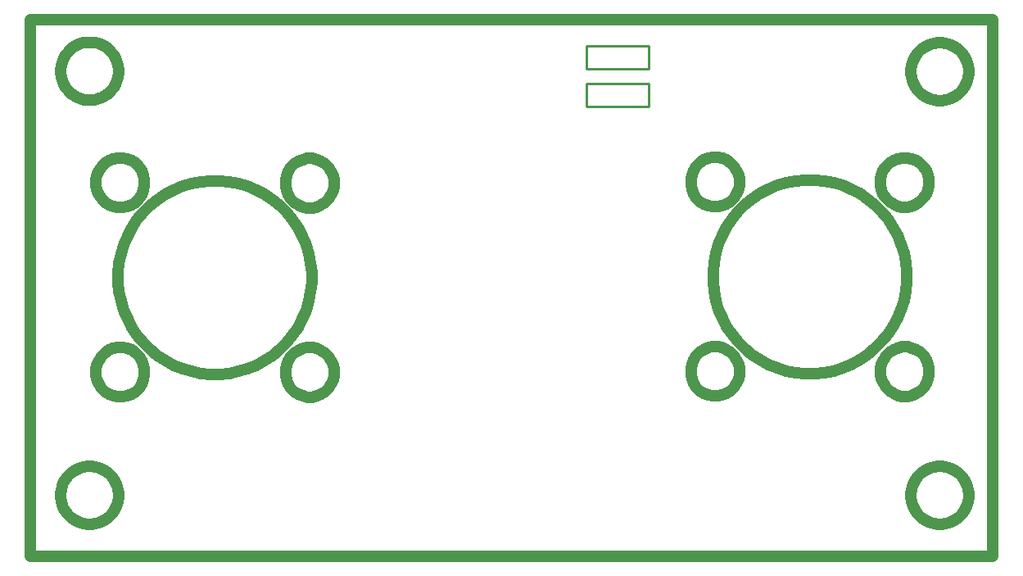
<source format=gm1>
G04*
G04 #@! TF.GenerationSoftware,Altium Limited,CircuitMaker,2.2.1 (2.2.1.6)*
G04*
G04 Layer_Color=16740166*
%FSLAX25Y25*%
%MOIN*%
G70*
G04*
G04 #@! TF.SameCoordinates,1CA14471-211C-46C3-BCAE-CC66E2904901*
G04*
G04*
G04 #@! TF.FilePolarity,Positive*
G04*
G01*
G75*
%ADD12C,0.01000*%
%ADD27C,0.04724*%
D12*
X382038Y24835D02*
G03*
X382038Y24835I-11818J0D01*
G01*
Y197276D02*
G03*
X382038Y197276I-11818J0D01*
G01*
X35975D02*
G03*
X35975Y197276I-11818J0D01*
G01*
Y24835D02*
G03*
X35975Y24835I-11818J0D01*
G01*
X226378Y207874D02*
X251575D01*
X226378Y198425D02*
Y207874D01*
Y198425D02*
X251575D01*
Y207874D01*
X226378Y192520D02*
X251575D01*
X226378Y183071D02*
Y192520D01*
Y183071D02*
X251575D01*
Y192520D01*
D27*
X370993Y36617D02*
X372524Y36415D01*
X374016Y36015D01*
X375443Y35424D01*
X376781Y34652D01*
X378006Y33712D01*
X379098Y32620D01*
X380038Y31394D01*
X380810Y30057D01*
X381401Y28630D01*
X381801Y27138D01*
X382003Y25607D01*
X382003Y24835D02*
X382003Y25607D01*
X382003Y24835D02*
X382003Y24835D01*
X382003Y24062D01*
X381801Y22531D02*
X382003Y24062D01*
X381402Y21039D02*
X381801Y22531D01*
X380810Y19612D02*
X381402Y21039D01*
X380038Y18275D02*
X380810Y19612D01*
X379098Y17049D02*
X380038Y18275D01*
X378006Y15957D02*
X379098Y17049D01*
X376781Y15017D02*
X378006Y15957D01*
X375443Y14245D02*
X376781Y15017D01*
X374016Y13654D02*
X375443Y14245D01*
X372524Y13254D02*
X374016Y13654D01*
X370993Y13052D02*
X372524Y13254D01*
X370221Y13052D02*
X370993Y13052D01*
X369448Y13052D02*
X370221Y13052D01*
X367917Y13254D02*
X369448Y13052D01*
X366425Y13654D02*
X367917Y13254D01*
X364998Y14245D02*
X366425Y13654D01*
X363661Y15017D02*
X364998Y14245D01*
X362435Y15957D02*
X363661Y15017D01*
X361343Y17049D02*
X362435Y15957D01*
X360403Y18275D02*
X361343Y17049D01*
X359631Y19612D02*
X360403Y18275D01*
X359040Y21039D02*
X359631Y19612D01*
X358640Y22531D02*
X359040Y21039D01*
X358438Y24062D02*
X358640Y22531D01*
X358438Y24062D02*
X358438Y24835D01*
Y24835D01*
Y25607D01*
X358640Y27138D01*
X359040Y28630D01*
X359631Y30057D01*
X360403Y31394D01*
X361343Y32620D01*
X362436Y33712D01*
X363661Y34652D01*
X364998Y35424D01*
X366425Y36015D01*
X367917Y36415D01*
X369448Y36617D01*
X370221Y36617D01*
Y36617D01*
X370993Y36617D01*
X24918Y36622D02*
X26449Y36421D01*
X27941Y36021D01*
X29368Y35430D01*
X30705Y34658D01*
X31931Y33717D01*
X33023Y32625D01*
X33963Y31400D01*
X34735Y30062D01*
X35326Y28635D01*
X35726Y27144D01*
X35928Y25612D01*
X35928Y24840D02*
X35928Y25612D01*
X35928Y24840D02*
X35928Y24840D01*
X35928Y24068D01*
X35726Y22536D02*
X35928Y24068D01*
X35326Y21045D02*
X35726Y22536D01*
X34735Y19618D02*
X35326Y21045D01*
X33963Y18280D02*
X34735Y19618D01*
X33023Y17055D02*
X33963Y18280D01*
X31931Y15963D02*
X33023Y17055D01*
X30705Y15022D02*
X31931Y15963D01*
X29368Y14250D02*
X30705Y15022D01*
X27941Y13659D02*
X29368Y14250D01*
X26449Y13260D02*
X27941Y13659D01*
X24918Y13058D02*
X26449Y13260D01*
X24145Y13058D02*
X24918Y13058D01*
X23373Y13058D02*
X24145Y13058D01*
X21842Y13260D02*
X23373Y13058D01*
X20350Y13659D02*
X21842Y13260D01*
X18923Y14250D02*
X20350Y13659D01*
X17585Y15022D02*
X18923Y14250D01*
X16360Y15963D02*
X17585Y15022D01*
X15268Y17055D02*
X16360Y15963D01*
X14328Y18280D02*
X15268Y17055D01*
X13556Y19618D02*
X14328Y18280D01*
X12965Y21045D02*
X13556Y19618D01*
X12565Y22537D02*
X12965Y21045D01*
X12363Y24068D02*
X12565Y22537D01*
X12363Y24068D02*
X12363Y24840D01*
Y24840D01*
Y25612D01*
X12565Y27144D01*
X12965Y28635D01*
X13556Y30062D01*
X14328Y31400D01*
X15268Y32625D01*
X16360Y33717D01*
X17586Y34658D01*
X18923Y35430D01*
X20350Y36021D01*
X21842Y36421D01*
X23373Y36622D01*
X24145Y36622D01*
Y36622D01*
X24918Y36622D01*
X114798Y84958D02*
X116699Y84579D01*
X118491Y83837D01*
X120103Y82760D01*
X121474Y81389D01*
X122551Y79777D01*
X123293Y77986D01*
X123671Y76085D01*
Y75115D02*
Y76085D01*
Y74721D02*
Y75115D01*
Y73752D02*
Y74721D01*
X123293Y71851D02*
X123671Y73752D01*
X122551Y70059D02*
X123293Y71851D01*
X121474Y68447D02*
X122551Y70059D01*
X120103Y67076D02*
X121474Y68447D01*
X118491Y65999D02*
X120103Y67076D01*
X116699Y65257D02*
X118491Y65999D01*
X114798Y64879D02*
X116699Y65257D01*
X112859Y64879D02*
X114798D01*
X110957Y65257D02*
X112859Y64879D01*
X109166Y65999D02*
X110957Y65257D01*
X107554Y67076D02*
X109166Y65999D01*
X106183Y68447D02*
X107554Y67076D01*
X105106Y70059D02*
X106183Y68447D01*
X104364Y71851D02*
X105106Y70059D01*
X103986Y73752D02*
X104364Y71851D01*
X103986Y73752D02*
Y74721D01*
Y75115D01*
Y76085D01*
X104364Y77986D01*
X105106Y79777D01*
X106183Y81389D01*
X107554Y82760D01*
X109166Y83837D01*
X110957Y84579D01*
X112859Y84958D01*
X114798D01*
X37634Y85032D02*
X39535Y84653D01*
X41326Y83911D01*
X42939Y82834D01*
X44309Y81463D01*
X45387Y79851D01*
X46128Y78060D01*
X46507Y76158D01*
Y75189D02*
Y76158D01*
Y74795D02*
Y75189D01*
Y73826D02*
Y74795D01*
X46128Y71925D02*
X46507Y73826D01*
X45387Y70133D02*
X46128Y71925D01*
X44309Y68521D02*
X45387Y70133D01*
X42939Y67150D02*
X44309Y68521D01*
X41326Y66073D02*
X42939Y67150D01*
X39535Y65331D02*
X41326Y66073D01*
X37634Y64953D02*
X39535Y65331D01*
X35695Y64953D02*
X37634D01*
X33793Y65331D02*
X35695Y64953D01*
X32002Y66073D02*
X33793Y65331D01*
X30390Y67150D02*
X32002Y66073D01*
X29019Y68521D02*
X30390Y67150D01*
X27942Y70133D02*
X29019Y68521D01*
X27200Y71925D02*
X27942Y70133D01*
X26822Y73826D02*
X27200Y71925D01*
X26822Y73826D02*
Y74795D01*
Y75189D01*
Y76158D01*
X27200Y78060D01*
X27942Y79851D01*
X29019Y81463D01*
X30390Y82834D01*
X32002Y83911D01*
X33793Y84653D01*
X35695Y85032D01*
X37634D01*
X356924Y85253D02*
X358825Y84875D01*
X360616Y84133D01*
X362229Y83056D01*
X363599Y81685D01*
X364677Y80073D01*
X365419Y78281D01*
X365797Y76380D01*
Y75410D02*
Y76380D01*
Y75017D02*
Y75410D01*
Y74047D02*
Y75017D01*
X365419Y72146D02*
X365797Y74047D01*
X364677Y70355D02*
X365419Y72146D01*
X363599Y68743D02*
X364677Y70355D01*
X362229Y67372D02*
X363599Y68743D01*
X360616Y66294D02*
X362229Y67372D01*
X358825Y65553D02*
X360616Y66294D01*
X356924Y65174D02*
X358825Y65553D01*
X354985Y65174D02*
X356924D01*
X353083Y65553D02*
X354985Y65174D01*
X351292Y66294D02*
X353083Y65553D01*
X349680Y67372D02*
X351292Y66294D01*
X348309Y68743D02*
X349680Y67372D01*
X347232Y70355D02*
X348309Y68743D01*
X346490Y72146D02*
X347232Y70355D01*
X346112Y74047D02*
X346490Y72146D01*
X346112Y74047D02*
Y75017D01*
Y75410D01*
Y76380D01*
X346490Y78281D01*
X347232Y80073D01*
X348309Y81685D01*
X349680Y83056D01*
X351292Y84133D01*
X353083Y84875D01*
X354985Y85253D01*
X356924D01*
X279760Y85327D02*
X281661Y84949D01*
X283452Y84207D01*
X285065Y83130D01*
X286435Y81759D01*
X287513Y80147D01*
X288254Y78355D01*
X288633Y76454D01*
Y75484D02*
Y76454D01*
Y75091D02*
Y75484D01*
Y74121D02*
Y75091D01*
X288254Y72220D02*
X288633Y74121D01*
X287513Y70429D02*
X288254Y72220D01*
X286435Y68816D02*
X287513Y70429D01*
X285065Y67445D02*
X286435Y68816D01*
X283452Y66368D02*
X285065Y67445D01*
X281661Y65626D02*
X283452Y66368D01*
X279760Y65248D02*
X281661Y65626D01*
X277821Y65248D02*
X279760D01*
X275919Y65626D02*
X277821Y65248D01*
X274128Y66368D02*
X275919Y65626D01*
X272516Y67445D02*
X274128Y66368D01*
X271145Y68816D02*
X272516Y67445D01*
X270068Y70429D02*
X271145Y68816D01*
X269326Y72220D02*
X270068Y70429D01*
X268948Y74121D02*
X269326Y72220D01*
X268948Y74121D02*
Y75091D01*
Y75484D01*
Y76454D01*
X269326Y78355D01*
X270068Y80147D01*
X271145Y81759D01*
X272516Y83130D01*
X274128Y84207D01*
X275919Y84949D01*
X277821Y85327D01*
X279760D01*
X114749Y161909D02*
X116650Y161531D01*
X118442Y160789D01*
X120054Y159712D01*
X121425Y158341D01*
X122502Y156729D01*
X123244Y154938D01*
X123622Y153036D01*
Y152067D02*
Y153036D01*
Y151673D02*
Y152067D01*
Y150704D02*
Y151673D01*
X123244Y148802D02*
X123622Y150704D01*
X122502Y147011D02*
X123244Y148802D01*
X121425Y145399D02*
X122502Y147011D01*
X120054Y144028D02*
X121425Y145399D01*
X118442Y142951D02*
X120054Y144028D01*
X116650Y142209D02*
X118442Y142951D01*
X114749Y141831D02*
X116650Y142209D01*
X112810Y141831D02*
X114749D01*
X110909Y142209D02*
X112810Y141831D01*
X109117Y142951D02*
X110909Y142209D01*
X107505Y144028D02*
X109117Y142951D01*
X106134Y145399D02*
X107505Y144028D01*
X105057Y147011D02*
X106134Y145399D01*
X104315Y148802D02*
X105057Y147011D01*
X103937Y150704D02*
X104315Y148802D01*
X103937Y150704D02*
Y151673D01*
Y152067D01*
Y153036D01*
X104315Y154938D01*
X105057Y156729D01*
X106134Y158341D01*
X107505Y159712D01*
X109117Y160789D01*
X110909Y161531D01*
X112810Y161909D01*
X114749D01*
X37632Y162099D02*
X39533Y161720D01*
X41325Y160978D01*
X42937Y159901D01*
X44308Y158530D01*
X45385Y156918D01*
X46127Y155127D01*
X46505Y153226D01*
Y152256D02*
Y153226D01*
Y151862D02*
Y152256D01*
Y150893D02*
Y151862D01*
X46127Y148991D02*
X46505Y150893D01*
X45385Y147200D02*
X46127Y148991D01*
X44308Y145588D02*
X45385Y147200D01*
X42937Y144217D02*
X44308Y145588D01*
X41325Y143140D02*
X42937Y144217D01*
X39533Y142398D02*
X41325Y143140D01*
X37632Y142020D02*
X39533Y142398D01*
X35693Y142020D02*
X37632D01*
X33792Y142398D02*
X35693Y142020D01*
X32000Y143140D02*
X33792Y142398D01*
X30388Y144217D02*
X32000Y143140D01*
X29017Y145588D02*
X30388Y144217D01*
X27940Y147200D02*
X29017Y145588D01*
X27198Y148991D02*
X27940Y147200D01*
X26820Y150893D02*
X27198Y148991D01*
X26820Y150893D02*
Y151862D01*
Y152256D01*
Y153226D01*
X27198Y155127D01*
X27940Y156918D01*
X29017Y158530D01*
X30388Y159901D01*
X32000Y160978D01*
X33792Y161720D01*
X35693Y162099D01*
X37632D01*
X356875Y162205D02*
X358776Y161827D01*
X360568Y161084D01*
X362180Y160007D01*
X363551Y158636D01*
X364628Y157024D01*
X365370Y155233D01*
X365748Y153332D01*
Y152362D02*
Y153332D01*
Y151969D02*
Y152362D01*
Y150999D02*
Y151969D01*
X365370Y149098D02*
X365748Y150999D01*
X364628Y147306D02*
X365370Y149098D01*
X363551Y145694D02*
X364628Y147306D01*
X362180Y144323D02*
X363551Y145694D01*
X360568Y143246D02*
X362180Y144323D01*
X358776Y142504D02*
X360568Y143246D01*
X356875Y142126D02*
X358776Y142504D01*
X354936Y142126D02*
X356875D01*
X353034Y142504D02*
X354936Y142126D01*
X351243Y143246D02*
X353034Y142504D01*
X349631Y144323D02*
X351243Y143246D01*
X348260Y145694D02*
X349631Y144323D01*
X347183Y147306D02*
X348260Y145694D01*
X346441Y149098D02*
X347183Y147306D01*
X346063Y150999D02*
X346441Y149098D01*
X346063Y150999D02*
Y151969D01*
Y152362D01*
Y153332D01*
X346441Y155233D01*
X347183Y157024D01*
X348260Y158636D01*
X349631Y160007D01*
X351243Y161084D01*
X353034Y161827D01*
X354936Y162205D01*
X356875D01*
X279758Y162394D02*
X281659Y162016D01*
X283451Y161274D01*
X285063Y160196D01*
X286434Y158826D01*
X287511Y157213D01*
X288253Y155422D01*
X288631Y153521D01*
Y152551D02*
Y153521D01*
Y152158D02*
Y152551D01*
Y151188D02*
Y152158D01*
X288253Y149287D02*
X288631Y151188D01*
X287511Y147495D02*
X288253Y149287D01*
X286434Y145883D02*
X287511Y147495D01*
X285063Y144512D02*
X286434Y145883D01*
X283451Y143435D02*
X285063Y144512D01*
X281659Y142693D02*
X283451Y143435D01*
X279758Y142315D02*
X281659Y142693D01*
X277819Y142315D02*
X279758D01*
X275918Y142693D02*
X277819Y142315D01*
X274126Y143435D02*
X275918Y142693D01*
X272514Y144512D02*
X274126Y143435D01*
X271143Y145883D02*
X272514Y144512D01*
X270066Y147495D02*
X271143Y145883D01*
X269324Y149287D02*
X270066Y147495D01*
X268946Y151188D02*
X269324Y149287D01*
X268946Y151188D02*
Y152158D01*
Y152551D01*
Y153521D01*
X269324Y155422D01*
X270066Y157213D01*
X271143Y158826D01*
X272514Y160196D01*
X274126Y161274D01*
X275918Y162016D01*
X277819Y162394D01*
X279758D01*
X75197Y152854D02*
X75197Y152853D01*
X77131Y152853D01*
X80980Y152474D01*
X84774Y151719D01*
X88476Y150597D01*
X92050Y149116D01*
X95461Y147293D01*
X98678Y145144D01*
X101668Y142690D01*
X104403Y139955D01*
X106857Y136965D01*
X109006Y133748D01*
X110830Y130337D01*
X112310Y126763D01*
X113433Y123062D01*
X114188Y119268D01*
X114567Y115418D01*
X114567Y113484D01*
X114567Y113484D01*
X114567Y111550D01*
X114188Y107700D02*
X114567Y111550D01*
X113433Y103907D02*
X114188Y107700D01*
X112310Y100205D02*
X113433Y103907D01*
X110830Y96631D02*
X112310Y100205D01*
X109007Y93219D02*
X110830Y96631D01*
X106857Y90003D02*
X109007Y93219D01*
X104403Y87013D02*
X106857Y90003D01*
X101668Y84278D02*
X104403Y87013D01*
X98678Y81824D02*
X101668Y84278D01*
X95462Y79675D02*
X98678Y81824D01*
X92050Y77851D02*
X95462Y79675D01*
X88476Y76371D02*
X92050Y77851D01*
X84775Y75248D02*
X88476Y76371D01*
X80981Y74493D02*
X84775Y75248D01*
X77131Y74114D02*
X80981Y74493D01*
X75197Y74114D02*
X77131Y74114D01*
X73263D02*
X75197Y74114D01*
X69413Y74493D02*
X73263Y74114D01*
X65619Y75248D02*
X69413Y74493D01*
X61917Y76371D02*
X65619Y75248D01*
X58343Y77851D02*
X61917Y76371D01*
X54932Y79675D02*
X58343Y77851D01*
X51716Y81824D02*
X54932Y79675D01*
X48725Y84278D02*
X51716Y81824D01*
X45990Y87013D02*
X48725Y84278D01*
X43536Y90003D02*
X45990Y87013D01*
X41387Y93219D02*
X43536Y90003D01*
X39564Y96631D02*
X41387Y93219D01*
X38083Y100205D02*
X39564Y96631D01*
X36960Y103907D02*
X38083Y100205D01*
X36206Y107700D02*
X36960Y103907D01*
X35827Y111550D02*
X36206Y107700D01*
X35827Y111550D02*
X35827Y113484D01*
Y113484D01*
Y115418D01*
X36206Y119268D01*
X36961Y123062D01*
X38083Y126764D01*
X39564Y130337D01*
X41387Y133749D01*
X43536Y136965D01*
X45990Y139955D01*
X48726Y142691D01*
X51716Y145145D01*
X54932Y147294D01*
X58344Y149117D01*
X61917Y150598D01*
X65619Y151720D01*
X69413Y152475D01*
X73263Y152854D01*
X75197Y152854D01*
X75197Y152854D01*
X317323Y153149D02*
X317323Y153148D01*
X319257Y153148D01*
X323107Y152769D01*
X326900Y152015D01*
X330602Y150892D01*
X334176Y149412D01*
X337587Y147588D01*
X340804Y145439D01*
X343794Y142985D01*
X346529Y140250D01*
X348983Y137260D01*
X351132Y134044D01*
X352956Y130632D01*
X354436Y127059D01*
X355559Y123357D01*
X356314Y119563D01*
X356693Y115714D01*
X356693Y113779D01*
X356693Y113779D01*
X356693Y111845D01*
X356314Y107996D02*
X356693Y111845D01*
X355559Y104202D02*
X356314Y107996D01*
X354436Y100500D02*
X355559Y104202D01*
X352956Y96926D02*
X354436Y100500D01*
X351132Y93515D02*
X352956Y96926D01*
X348983Y90298D02*
X351132Y93515D01*
X346529Y87308D02*
X348983Y90298D01*
X343794Y84573D02*
X346529Y87308D01*
X340804Y82119D02*
X343794Y84573D01*
X337588Y79970D02*
X340804Y82119D01*
X334176Y78146D02*
X337588Y79970D01*
X330602Y76666D02*
X334176Y78146D01*
X326901Y75543D02*
X330602Y76666D01*
X323107Y74788D02*
X326901Y75543D01*
X319257Y74409D02*
X323107Y74788D01*
X317323Y74410D02*
X319257Y74409D01*
X315389D02*
X317323Y74410D01*
X311539Y74788D02*
X315389Y74409D01*
X307745Y75543D02*
X311539Y74788D01*
X304043Y76666D02*
X307745Y75543D01*
X300469Y78146D02*
X304043Y76666D01*
X297058Y79970D02*
X300469Y78146D01*
X293842Y82119D02*
X297058Y79970D01*
X290851Y84573D02*
X293842Y82119D01*
X288116Y87308D02*
X290851Y84573D01*
X285662Y90298D02*
X288116Y87308D01*
X283513Y93515D02*
X285662Y90298D01*
X281690Y96926D02*
X283513Y93515D01*
X280209Y100500D02*
X281690Y96926D01*
X279086Y104202D02*
X280209Y100500D01*
X278332Y107996D02*
X279086Y104202D01*
X277953Y111845D02*
X278332Y107996D01*
X277953Y111845D02*
X277953Y113779D01*
Y113779D01*
Y115714D01*
X278332Y119563D01*
X279087Y123357D01*
X280209Y127059D01*
X281690Y130633D01*
X283513Y134044D01*
X285662Y137260D01*
X288116Y140251D01*
X290852Y142986D01*
X293842Y145440D01*
X297058Y147589D01*
X300470Y149413D01*
X304043Y150893D01*
X307745Y152016D01*
X311539Y152770D01*
X315389Y153149D01*
X317323Y153149D01*
X317323Y153149D01*
X370993Y209058D02*
X372524Y208856D01*
X374016Y208456D01*
X375443Y207865D01*
X376781Y207093D01*
X378006Y206153D01*
X379098Y205061D01*
X380038Y203835D01*
X380810Y202498D01*
X381401Y201071D01*
X381801Y199579D01*
X382003Y198048D01*
X382003Y197275D02*
X382003Y198048D01*
X382003Y197275D02*
X382003Y197275D01*
X382003Y196503D01*
X381801Y194972D02*
X382003Y196503D01*
X381402Y193480D02*
X381801Y194972D01*
X380810Y192053D02*
X381402Y193480D01*
X380038Y190716D02*
X380810Y192053D01*
X379098Y189490D02*
X380038Y190716D01*
X378006Y188398D02*
X379098Y189490D01*
X376781Y187458D02*
X378006Y188398D01*
X375443Y186686D02*
X376781Y187458D01*
X374016Y186095D02*
X375443Y186686D01*
X372524Y185695D02*
X374016Y186095D01*
X370993Y185493D02*
X372524Y185695D01*
X370221Y185493D02*
X370993Y185493D01*
X369448Y185493D02*
X370221Y185493D01*
X367917Y185695D02*
X369448Y185493D01*
X366425Y186095D02*
X367917Y185695D01*
X364998Y186686D02*
X366425Y186095D01*
X363661Y187458D02*
X364998Y186686D01*
X362435Y188398D02*
X363661Y187458D01*
X361343Y189490D02*
X362435Y188398D01*
X360403Y190716D02*
X361343Y189490D01*
X359631Y192053D02*
X360403Y190716D01*
X359040Y193480D02*
X359631Y192053D01*
X358640Y194972D02*
X359040Y193480D01*
X358438Y196503D02*
X358640Y194972D01*
X358438Y196503D02*
X358438Y197275D01*
Y197276D01*
Y198048D01*
X358640Y199579D01*
X359040Y201071D01*
X359631Y202498D01*
X360403Y203835D01*
X361343Y205061D01*
X362436Y206153D01*
X363661Y207093D01*
X364998Y207865D01*
X366425Y208456D01*
X367917Y208856D01*
X369448Y209058D01*
X370221Y209058D01*
Y209058D01*
X370993Y209058D01*
X24926Y209205D02*
X26458Y209003D01*
X27949Y208603D01*
X29376Y208012D01*
X30714Y207240D01*
X31939Y206300D01*
X33031Y205207D01*
X33972Y203982D01*
X34744Y202645D01*
X35335Y201218D01*
X35735Y199726D01*
X35936Y198195D01*
X35936Y197422D02*
X35936Y198195D01*
X35936Y197422D02*
X35936Y197422D01*
X35936Y196650D01*
X35735Y195119D02*
X35936Y196650D01*
X35335Y193627D02*
X35735Y195119D01*
X34744Y192200D02*
X35335Y193627D01*
X33972Y190862D02*
X34744Y192200D01*
X33031Y189637D02*
X33972Y190862D01*
X31939Y188545D02*
X33031Y189637D01*
X30714Y187605D02*
X31939Y188545D01*
X29376Y186832D02*
X30714Y187605D01*
X27949Y186241D02*
X29376Y186832D01*
X26458Y185842D02*
X27949Y186241D01*
X24926Y185640D02*
X26458Y185842D01*
X24154Y185640D02*
X24926Y185640D01*
X23382Y185640D02*
X24154Y185640D01*
X21850Y185842D02*
X23382Y185640D01*
X20358Y186241D02*
X21850Y185842D01*
X18932Y186832D02*
X20358Y186241D01*
X17594Y187605D02*
X18932Y186832D01*
X16369Y188545D02*
X17594Y187605D01*
X15277Y189637D02*
X16369Y188545D01*
X14336Y190862D02*
X15277Y189637D01*
X13564Y192200D02*
X14336Y190862D01*
X12973Y193627D02*
X13564Y192200D01*
X12573Y195119D02*
X12973Y193627D01*
X12372Y196650D02*
X12573Y195119D01*
X12372Y196650D02*
X12372Y197422D01*
Y197422D01*
Y198195D01*
X12573Y199726D01*
X12973Y201218D01*
X13564Y202645D01*
X14336Y203982D01*
X15277Y205207D01*
X16369Y206300D01*
X17594Y207240D01*
X18932Y208012D01*
X20359Y208603D01*
X21850Y209003D01*
X23382Y209205D01*
X24154Y209205D01*
Y209205D01*
X24926Y209205D01*
X317323Y74410D02*
X317323D01*
X317323D02*
X317323D01*
X317323D02*
X317323D01*
X75197Y74114D02*
X75197D01*
X75197D02*
X75197D01*
X75197D02*
X75197D01*
X391732Y0D02*
Y218504D01*
X0D02*
X391732D01*
X0Y0D02*
Y218504D01*
Y0D02*
X391732D01*
M02*

</source>
